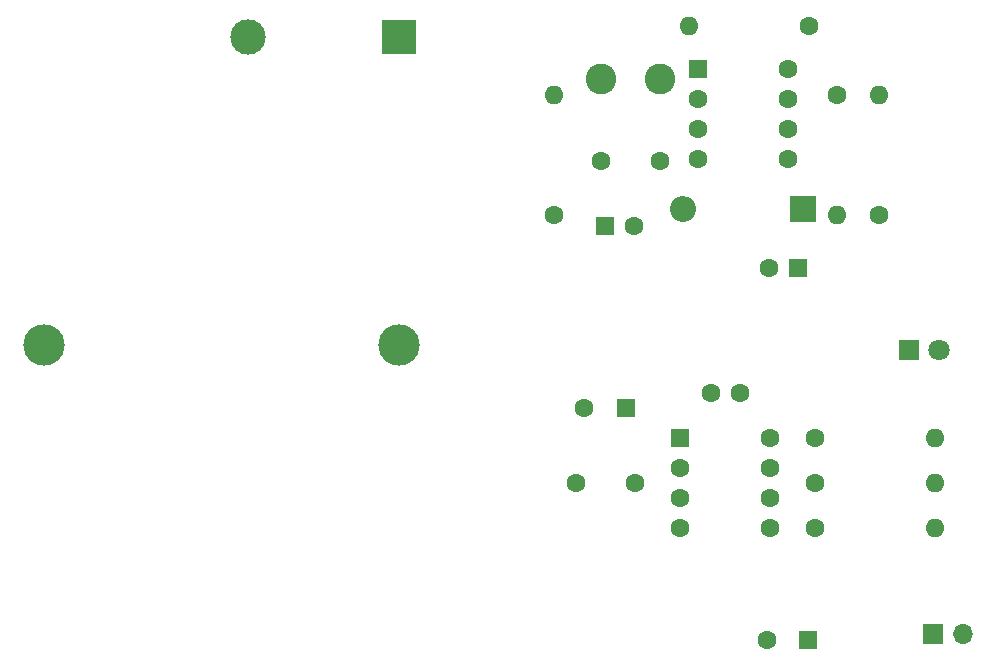
<source format=gbr>
%TF.GenerationSoftware,KiCad,Pcbnew,9.0.0*%
%TF.CreationDate,2025-03-06T18:24:39+01:00*%
%TF.ProjectId,GettingToBlinky,47657474-696e-4675-946f-426c696e6b79,rev?*%
%TF.SameCoordinates,Original*%
%TF.FileFunction,Soldermask,Bot*%
%TF.FilePolarity,Negative*%
%FSLAX46Y46*%
G04 Gerber Fmt 4.6, Leading zero omitted, Abs format (unit mm)*
G04 Created by KiCad (PCBNEW 9.0.0) date 2025-03-06 18:24:39*
%MOMM*%
%LPD*%
G01*
G04 APERTURE LIST*
G04 Aperture macros list*
%AMRoundRect*
0 Rectangle with rounded corners*
0 $1 Rounding radius*
0 $2 $3 $4 $5 $6 $7 $8 $9 X,Y pos of 4 corners*
0 Add a 4 corners polygon primitive as box body*
4,1,4,$2,$3,$4,$5,$6,$7,$8,$9,$2,$3,0*
0 Add four circle primitives for the rounded corners*
1,1,$1+$1,$2,$3*
1,1,$1+$1,$4,$5*
1,1,$1+$1,$6,$7*
1,1,$1+$1,$8,$9*
0 Add four rect primitives between the rounded corners*
20,1,$1+$1,$2,$3,$4,$5,0*
20,1,$1+$1,$4,$5,$6,$7,0*
20,1,$1+$1,$6,$7,$8,$9,0*
20,1,$1+$1,$8,$9,$2,$3,0*%
G04 Aperture macros list end*
%ADD10C,2.600000*%
%ADD11R,1.600000X1.600000*%
%ADD12C,1.600000*%
%ADD13O,1.600000X1.600000*%
%ADD14R,1.700000X1.700000*%
%ADD15O,1.700000X1.700000*%
%ADD16C,3.500000*%
%ADD17R,3.000000X3.000000*%
%ADD18C,3.000000*%
%ADD19RoundRect,0.250000X-0.550000X-0.550000X0.550000X-0.550000X0.550000X0.550000X-0.550000X0.550000X0*%
%ADD20R,2.200000X2.200000*%
%ADD21O,2.200000X2.200000*%
%ADD22R,1.800000X1.800000*%
%ADD23C,1.800000*%
G04 APERTURE END LIST*
D10*
%TO.C,L1*%
X140637500Y-89000000D03*
X145637500Y-89000000D03*
%TD*%
D11*
%TO.C,C7*%
X158152651Y-136500000D03*
D12*
X154652651Y-136500000D03*
%TD*%
%TO.C,Rsc1*%
X136637500Y-100580000D03*
D13*
X136637500Y-90420000D03*
%TD*%
D14*
%TO.C,J1*%
X168725000Y-136000000D03*
D15*
X171265000Y-136000000D03*
%TD*%
D11*
%TO.C,C2*%
X157319880Y-105000000D03*
D12*
X154819880Y-105000000D03*
%TD*%
D16*
%TO.C,BT1*%
X123500000Y-111570000D03*
X93500000Y-111570000D03*
D17*
X123500000Y-85500000D03*
D18*
X110700000Y-85500000D03*
%TD*%
D12*
%TO.C,C5*%
X138470000Y-123190000D03*
X143470000Y-123190000D03*
%TD*%
%TO.C,R5*%
X158750000Y-123190000D03*
D13*
X168910000Y-123190000D03*
%TD*%
D19*
%TO.C,U2*%
X147325000Y-119380000D03*
D12*
X147325000Y-121920000D03*
X147325000Y-124460000D03*
X147325000Y-127000000D03*
X154945000Y-127000000D03*
X154945000Y-124460000D03*
X154945000Y-121920000D03*
X154945000Y-119380000D03*
%TD*%
%TO.C,R1*%
X158217500Y-84500000D03*
D13*
X148057500Y-84500000D03*
%TD*%
D11*
%TO.C,C4*%
X142720000Y-116840000D03*
D12*
X139220000Y-116840000D03*
%TD*%
%TO.C,R2*%
X160637500Y-90420000D03*
D13*
X160637500Y-100580000D03*
%TD*%
D11*
%TO.C,C1*%
X140955121Y-101500000D03*
D12*
X143455121Y-101500000D03*
%TD*%
D19*
%TO.C,U1*%
X148855000Y-88190000D03*
D12*
X148855000Y-90730000D03*
X148855000Y-93270000D03*
X148855000Y-95810000D03*
X156475000Y-95810000D03*
X156475000Y-93270000D03*
X156475000Y-90730000D03*
X156475000Y-88190000D03*
%TD*%
%TO.C,R4*%
X158750000Y-119380000D03*
D13*
X168910000Y-119380000D03*
%TD*%
D12*
%TO.C,C6*%
X152400000Y-115570000D03*
X149900000Y-115570000D03*
%TD*%
%TO.C,Ct1*%
X145637500Y-96000000D03*
X140637500Y-96000000D03*
%TD*%
%TO.C,R3*%
X164137500Y-100580000D03*
D13*
X164137500Y-90420000D03*
%TD*%
D20*
%TO.C,D1*%
X157717500Y-100000000D03*
D21*
X147557500Y-100000000D03*
%TD*%
D22*
%TO.C,D2*%
X166725000Y-112000000D03*
D23*
X169265000Y-112000000D03*
%TD*%
D12*
%TO.C,R6*%
X158750000Y-127000000D03*
D13*
X168910000Y-127000000D03*
%TD*%
M02*

</source>
